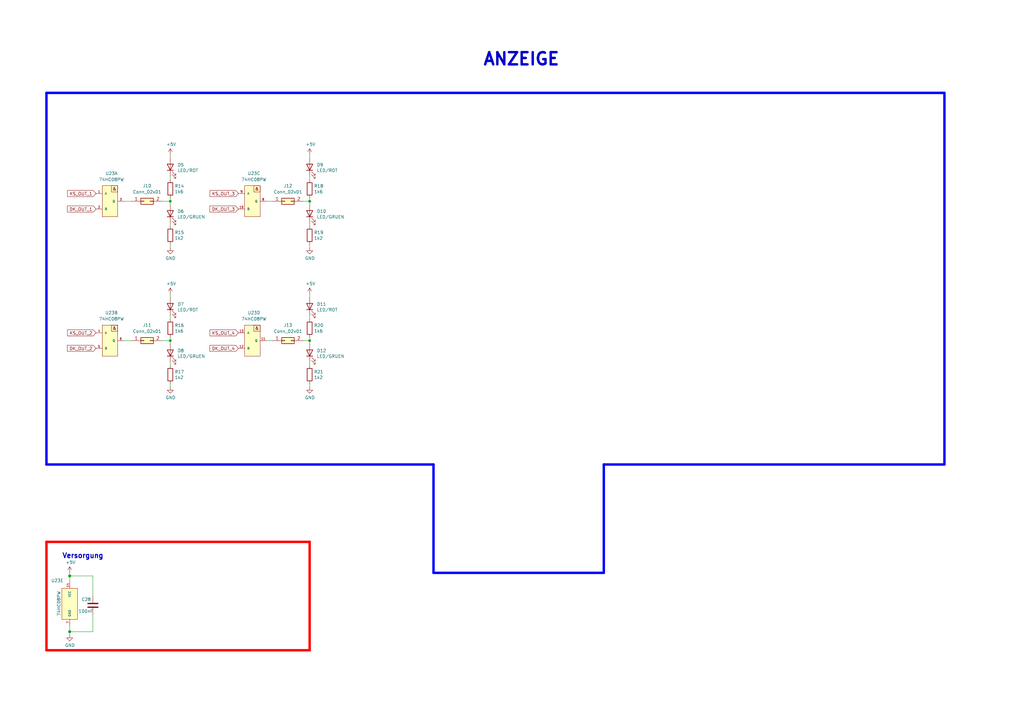
<source format=kicad_sch>
(kicad_sch (version 20210126) (generator eeschema)
  (paper "A3")
  (lib_symbols
    (symbol "Connector_Generic:Conn_02x01" (pin_names (offset 1.016) hide)
      (property "Reference" "J" (at 1.27 2.54 0))
      (property "Value" "Conn_02x01" (at 1.27 -2.54 0))
      (symbol "Conn_02x01_1_1"
        (rectangle (start -1.27 0.127) (end 0 -0.127) (stroke (width 0.1524)))
        (rectangle (start -1.27 1.27) (end 3.81 -1.27) (stroke (width 0.254)) (fill (type background)))
        (rectangle (start 3.81 0.127) (end 2.54 -0.127) (stroke (width 0.1524)))
        (pin passive line (at -5.08 0 0) (length 3.81) (name "Pin_1") (number "1"))
        (pin passive line (at 7.62 0 180) (length 3.81) (name "Pin_2") (number "2"))
      )
    )
    (symbol "Device:C_1" (pin_numbers hide) (pin_names (offset 0.254))
      (property "Reference" "C" (at 0.635 2.54 0))
      (property "Value" "C" (at 0.635 -2.54 0))
      (symbol "C_1_0_1"
        (polyline (pts (xy -2.032 -0.762) (xy 2.032 -0.762)) (stroke (width 0.508)))
        (polyline (pts (xy -2.032 0.762) (xy 2.032 0.762)) (stroke (width 0.508)))
      )
      (symbol "C_1_1_1"
        (pin passive line (at 0 3.81 270) (length 2.794) (name "~") (number "1"))
        (pin passive line (at 0 -3.81 90) (length 2.794) (name "~") (number "2"))
      )
    )
    (symbol "Device:LED" (pin_numbers hide) (pin_names (offset 1.016) hide)
      (property "Reference" "D" (at 0 2.54 0))
      (property "Value" "LED" (at 0 -2.54 0))
      (symbol "LED_0_1"
        (polyline (pts (xy -1.27 -1.27) (xy -1.27 1.27)) (stroke (width 0.254)))
        (polyline (pts (xy -1.27 0) (xy 1.27 0)))
        (polyline (pts (xy 1.27 -1.27) (xy 1.27 1.27) (xy -1.27 0) (xy 1.27 -1.27)) (stroke (width 0.254)))
        (polyline (pts (xy -3.048 -0.762) (xy -4.572 -2.286) (xy -3.81 -2.286) (xy -4.572 -2.286) (xy -4.572 -1.524)))
        (polyline (pts (xy -1.778 -0.762) (xy -3.302 -2.286) (xy -2.54 -2.286) (xy -3.302 -2.286) (xy -3.302 -1.524)))
      )
      (symbol "LED_1_1"
        (pin passive line (at -3.81 0 0) (length 2.54) (name "K") (number "1"))
        (pin passive line (at 3.81 0 180) (length 2.54) (name "A") (number "2"))
      )
    )
    (symbol "Device:R_2" (pin_numbers hide) (pin_names (offset 0))
      (property "Reference" "R" (at 2.032 0 90))
      (property "Value" "R" (at 0 0 90))
      (symbol "R_2_0_1"
        (rectangle (start -1.016 -2.54) (end 1.016 2.54) (stroke (width 0.254)))
      )
      (symbol "R_2_1_1"
        (pin passive line (at 0 3.81 270) (length 1.27) (name "~") (number "1"))
        (pin passive line (at 0 -3.81 90) (length 1.27) (name "~") (number "2"))
      )
    )
    (symbol "Device:R_23" (pin_numbers hide) (pin_names (offset 0))
      (property "Reference" "R" (at 2.032 0 90))
      (property "Value" "R" (at 0 0 90))
      (symbol "R_23_0_1"
        (rectangle (start -1.016 -2.54) (end 1.016 2.54) (stroke (width 0.254)))
      )
      (symbol "R_23_1_1"
        (pin passive line (at 0 3.81 270) (length 1.27) (name "~") (number "1"))
        (pin passive line (at 0 -3.81 90) (length 1.27) (name "~") (number "2"))
      )
    )
    (symbol "Device:R_24" (pin_numbers hide) (pin_names (offset 0))
      (property "Reference" "R" (at 2.032 0 90))
      (property "Value" "R" (at 0 0 90))
      (symbol "R_24_0_1"
        (rectangle (start -1.016 -2.54) (end 1.016 2.54) (stroke (width 0.254)))
      )
      (symbol "R_24_1_1"
        (pin passive line (at 0 3.81 270) (length 1.27) (name "~") (number "1"))
        (pin passive line (at 0 -3.81 90) (length 1.27) (name "~") (number "2"))
      )
    )
    (symbol "Device:R_25" (pin_numbers hide) (pin_names (offset 0))
      (property "Reference" "R" (at 2.032 0 90))
      (property "Value" "R" (at 0 0 90))
      (symbol "R_25_0_1"
        (rectangle (start -1.016 -2.54) (end 1.016 2.54) (stroke (width 0.254)))
      )
      (symbol "R_25_1_1"
        (pin passive line (at 0 3.81 270) (length 1.27) (name "~") (number "1"))
        (pin passive line (at 0 -3.81 90) (length 1.27) (name "~") (number "2"))
      )
    )
    (symbol "Device:R_26" (pin_numbers hide) (pin_names (offset 0))
      (property "Reference" "R" (at 2.032 0 90))
      (property "Value" "R" (at 0 0 90))
      (symbol "R_26_0_1"
        (rectangle (start -1.016 -2.54) (end 1.016 2.54) (stroke (width 0.254)))
      )
      (symbol "R_26_1_1"
        (pin passive line (at 0 3.81 270) (length 1.27) (name "~") (number "1"))
        (pin passive line (at 0 -3.81 90) (length 1.27) (name "~") (number "2"))
      )
    )
    (symbol "Device:R_3" (pin_numbers hide) (pin_names (offset 0))
      (property "Reference" "R" (at 2.032 0 90))
      (property "Value" "R" (at 0 0 90))
      (symbol "R_3_0_1"
        (rectangle (start -1.016 -2.54) (end 1.016 2.54) (stroke (width 0.254)))
      )
      (symbol "R_3_1_1"
        (pin passive line (at 0 3.81 270) (length 1.27) (name "~") (number "1"))
        (pin passive line (at 0 -3.81 90) (length 1.27) (name "~") (number "2"))
      )
    )
    (symbol "Device:R_5" (pin_numbers hide) (pin_names (offset 0))
      (property "Reference" "R" (at 2.032 0 90))
      (property "Value" "R" (at 0 0 90))
      (symbol "R_5_0_1"
        (rectangle (start -1.016 -2.54) (end 1.016 2.54) (stroke (width 0.254)))
      )
      (symbol "R_5_1_1"
        (pin passive line (at 0 3.81 270) (length 1.27) (name "~") (number "1"))
        (pin passive line (at 0 -3.81 90) (length 1.27) (name "~") (number "2"))
      )
    )
    (symbol "Device:R_6" (pin_numbers hide) (pin_names (offset 0))
      (property "Reference" "R" (at 2.032 0 90))
      (property "Value" "R" (at 0 0 90))
      (symbol "R_6_0_1"
        (rectangle (start -1.016 -2.54) (end 1.016 2.54) (stroke (width 0.254)))
      )
      (symbol "R_6_1_1"
        (pin passive line (at 0 3.81 270) (length 1.27) (name "~") (number "1"))
        (pin passive line (at 0 -3.81 90) (length 1.27) (name "~") (number "2"))
      )
    )
    (symbol "Kabeltester:74HC08PW" (pin_names (offset 1.016))
      (property "Reference" "U" (at 0 15.875 0))
      (property "Value" "74HC08PW" (at 0 13.335 0))
      (symbol "74HC08PW_1_1"
        (text "&" (at 1.905 5.08 0) (effects (font (size 1.27 1.27))))
        (rectangle (start -3.175 6.35) (end 3.175 -6.35) (fill (type background)))
        (rectangle (start 0.635 6.35) (end 3.175 3.81))
        (pin bidirectional line (at -5.715 3.175 0) (length 2.54) (name "A") (number "1"))
        (pin bidirectional line (at -5.715 -3.175 0) (length 2.54) (name "B") (number "2"))
        (pin output line (at 5.715 0 180) (length 2.54) (name "Q") (number "3"))
      )
      (symbol "74HC08PW_1_2"
        (pin bidirectional line (at -7.62 2.54 0) (length 3.81) (name "A") (number "1"))
        (pin bidirectional line (at -7.62 -2.54 0) (length 3.81) (name "B") (number "2"))
        (pin bidirectional inverted (at 6.35 0 180) (length 3.81) (name "Q") (number "3"))
      )
      (symbol "74HC08PW_2_1"
        (text "&" (at 1.905 5.08 0) (effects (font (size 1.27 1.27))))
        (rectangle (start -3.175 6.35) (end 3.175 -6.35) (fill (type background)))
        (rectangle (start 0.635 6.35) (end 3.175 3.81))
        (pin bidirectional line (at -5.715 3.175 0) (length 2.54) (name "A") (number "4"))
        (pin bidirectional line (at -5.715 -3.175 0) (length 2.54) (name "B") (number "5"))
        (pin bidirectional line (at 5.715 0 180) (length 2.54) (name "Q") (number "6"))
      )
      (symbol "74HC08PW_2_2"
        (pin bidirectional line (at -7.62 2.54 0) (length 3.81) (name "A") (number "1"))
        (pin bidirectional line (at -7.62 -2.54 0) (length 3.81) (name "B") (number "2"))
        (pin bidirectional inverted (at 6.35 0 180) (length 3.81) (name "Q") (number "3"))
      )
      (symbol "74HC08PW_3_1"
        (text "&" (at 1.905 5.08 0) (effects (font (size 1.27 1.27))))
        (rectangle (start -3.175 6.35) (end 3.175 -6.35) (fill (type background)))
        (rectangle (start 0.635 6.35) (end 3.175 3.81))
        (pin bidirectional line (at -5.715 -3.175 0) (length 2.54) (name "B") (number "10"))
        (pin bidirectional line (at 5.715 0 180) (length 2.54) (name "Q") (number "8"))
        (pin bidirectional line (at -5.715 3.175 0) (length 2.54) (name "A") (number "9"))
      )
      (symbol "74HC08PW_3_2"
        (pin bidirectional line (at -7.62 2.54 0) (length 3.81) (name "A") (number "1"))
        (pin bidirectional line (at -7.62 -2.54 0) (length 3.81) (name "B") (number "2"))
        (pin bidirectional inverted (at 6.35 0 180) (length 3.81) (name "Q") (number "3"))
      )
      (symbol "74HC08PW_4_1"
        (text "&" (at 1.905 5.08 0) (effects (font (size 1.27 1.27))))
        (rectangle (start -3.175 6.35) (end 3.175 -6.35) (fill (type background)))
        (rectangle (start 0.635 6.35) (end 3.175 3.81))
        (pin bidirectional line (at 5.715 0 180) (length 2.54) (name "Q") (number "11"))
        (pin bidirectional line (at -5.715 -3.175 0) (length 2.54) (name "B") (number "12"))
        (pin bidirectional line (at -5.715 3.175 0) (length 2.54) (name "A") (number "13"))
      )
      (symbol "74HC08PW_4_2"
        (pin bidirectional line (at -7.62 2.54 0) (length 3.81) (name "A") (number "1"))
        (pin bidirectional line (at -7.62 -2.54 0) (length 3.81) (name "B") (number "2"))
        (pin bidirectional inverted (at 6.35 0 180) (length 3.81) (name "Q") (number "3"))
      )
      (symbol "74HC08PW_5_1"
        (rectangle (start -3.175 6.35) (end 3.175 -6.35) (fill (type background)))
        (pin bidirectional line (at 0 8.89 270) (length 2.54) (name "VCC") (number "14"))
        (pin bidirectional line (at 0 -8.89 90) (length 2.54) (name "GND") (number "7"))
      )
      (symbol "74HC08PW_5_2"
        (pin bidirectional line (at -7.62 2.54 0) (length 3.81) (name "A") (number "1"))
        (pin bidirectional line (at -7.62 -2.54 0) (length 3.81) (name "B") (number "2"))
        (pin bidirectional inverted (at 6.35 0 180) (length 3.81) (name "Q") (number "3"))
      )
    )
    (symbol "power:+5V" (power) (pin_names (offset 0))
      (property "Value" "+5V" (at 0 3.556 0))
      (symbol "+5V_0_1"
        (polyline (pts (xy -0.762 1.27) (xy 0 2.54)))
        (polyline (pts (xy 0 0) (xy 0 2.54)))
        (polyline (pts (xy 0 2.54) (xy 0.762 1.27)))
      )
      (symbol "+5V_1_1"
        (pin power_in line (at 0 0 90) (length 0) hide (name "+5V") (number "1"))
      )
    )
    (symbol "power:GND" (power) (pin_names (offset 0))
      (property "Value" "GND" (at 0 -3.81 0))
      (symbol "GND_0_1"
        (polyline (pts (xy 0 0) (xy 0 -1.27) (xy 1.27 -1.27) (xy 0 -2.54) (xy -1.27 -1.27) (xy 0 -1.27)))
      )
      (symbol "GND_1_1"
        (pin power_in line (at 0 0 270) (length 0) hide (name "GND") (number "1"))
      )
    )
  )
  (junction (at 28.575 236.22) (diameter 1.016))
  (junction (at 28.575 259.08) (diameter 1.016))
  (junction (at 69.85 82.55) (diameter 0.9144))
  (junction (at 69.85 139.7) (diameter 0.9144))
  (junction (at 127 82.55) (diameter 0.9144))
  (junction (at 127 139.7) (diameter 0.9144))
  (wire (pts (xy 28.575 234.95) (xy 28.575 236.22)))
  (wire (pts (xy 28.575 236.22) (xy 28.575 238.76)))
  (wire (pts (xy 28.575 256.54) (xy 28.575 259.08)))
  (wire (pts (xy 28.575 259.08) (xy 28.575 260.35)))
  (wire (pts (xy 38.1 236.22) (xy 28.575 236.22)))
  (wire (pts (xy 38.1 244.475) (xy 38.1 236.22)))
  (wire (pts (xy 38.1 252.095) (xy 38.1 259.08)))
  (wire (pts (xy 38.1 259.08) (xy 28.575 259.08)))
  (wire (pts (xy 50.8 82.55) (xy 53.975 82.55)))
  (wire (pts (xy 50.8 139.7) (xy 53.975 139.7)))
  (wire (pts (xy 66.675 82.55) (xy 69.85 82.55)))
  (wire (pts (xy 66.675 139.7) (xy 69.85 139.7)))
  (wire (pts (xy 69.85 63.5) (xy 69.85 64.77)))
  (wire (pts (xy 69.85 72.39) (xy 69.85 73.66)))
  (wire (pts (xy 69.85 81.28) (xy 69.85 82.55)))
  (wire (pts (xy 69.85 82.55) (xy 69.85 83.82)))
  (wire (pts (xy 69.85 91.44) (xy 69.85 92.71)))
  (wire (pts (xy 69.85 100.33) (xy 69.85 101.6)))
  (wire (pts (xy 69.85 120.65) (xy 69.85 121.92)))
  (wire (pts (xy 69.85 129.54) (xy 69.85 130.81)))
  (wire (pts (xy 69.85 138.43) (xy 69.85 139.7)))
  (wire (pts (xy 69.85 139.7) (xy 69.85 140.97)))
  (wire (pts (xy 69.85 148.59) (xy 69.85 149.86)))
  (wire (pts (xy 69.85 157.48) (xy 69.85 158.75)))
  (wire (pts (xy 109.22 82.55) (xy 111.76 82.55)))
  (wire (pts (xy 109.22 139.7) (xy 111.76 139.7)))
  (wire (pts (xy 124.46 82.55) (xy 127 82.55)))
  (wire (pts (xy 124.46 139.7) (xy 127 139.7)))
  (wire (pts (xy 127 63.5) (xy 127 64.77)))
  (wire (pts (xy 127 72.39) (xy 127 73.66)))
  (wire (pts (xy 127 81.28) (xy 127 82.55)))
  (wire (pts (xy 127 82.55) (xy 127 83.82)))
  (wire (pts (xy 127 91.44) (xy 127 92.71)))
  (wire (pts (xy 127 100.33) (xy 127 101.6)))
  (wire (pts (xy 127 120.65) (xy 127 121.92)))
  (wire (pts (xy 127 129.54) (xy 127 130.81)))
  (wire (pts (xy 127 138.43) (xy 127 139.7)))
  (wire (pts (xy 127 139.7) (xy 127 140.97)))
  (wire (pts (xy 127 148.59) (xy 127 149.86)))
  (wire (pts (xy 127 157.48) (xy 127 158.75)))
  (polyline (pts (xy 19.05 38.1) (xy 19.05 190.5)) (stroke (width 1) (type solid) (color 0 0 255 1)))
  (polyline (pts (xy 19.05 38.1) (xy 387.35 38.1)) (stroke (width 1) (type solid) (color 0 0 255 1)))
  (polyline (pts (xy 19.05 190.5) (xy 177.8 190.5)) (stroke (width 1) (type solid) (color 0 0 255 1)))
  (polyline (pts (xy 19.05 222.25) (xy 19.05 266.7)) (stroke (width 1) (type solid) (color 255 0 0 1)))
  (polyline (pts (xy 19.05 266.7) (xy 127 266.7)) (stroke (width 1) (type solid) (color 255 0 0 1)))
  (polyline (pts (xy 127 222.25) (xy 19.05 222.25)) (stroke (width 1) (type solid) (color 255 0 0 1)))
  (polyline (pts (xy 127 266.7) (xy 127 222.25)) (stroke (width 1) (type solid) (color 255 0 0 1)))
  (polyline (pts (xy 177.8 190.5) (xy 177.8 234.95)) (stroke (width 1) (type solid) (color 0 0 255 1)))
  (polyline (pts (xy 177.8 234.95) (xy 247.65 234.95)) (stroke (width 1) (type solid) (color 0 0 255 1)))
  (polyline (pts (xy 247.65 190.5) (xy 387.35 190.5)) (stroke (width 1) (type solid) (color 0 0 255 1)))
  (polyline (pts (xy 247.65 234.95) (xy 247.65 190.5)) (stroke (width 1) (type solid) (color 0 0 255 1)))
  (polyline (pts (xy 387.35 38.1) (xy 387.35 190.5)) (stroke (width 1) (type solid) (color 0 0 255 1)))
  (text "Versorgung\n" (at 42.545 229.235 180) (effects (font (size 2 2) (thickness 0.4) bold) (justify right bottom)))
  (text "ANZEIGE" (at 229.87 27.305 180) (effects (font (size 5 5) (thickness 1) bold) (justify right bottom)))
  (global_label "KS_OUT_1" (shape input) (at 39.37 79.375 180) (property "Intersheet References" "${INTERSHEET_REFS}" (effects hide)))
  (global_label "DK_OUT_1" (shape input) (at 39.37 85.725 180) (property "Intersheet References" "${INTERSHEET_REFS}" (effects hide)))
  (global_label "KS_OUT_2" (shape input) (at 39.37 136.525 180) (property "Intersheet References" "${INTERSHEET_REFS}" (effects hide)))
  (global_label "DK_OUT_2" (shape input) (at 39.37 142.875 180) (property "Intersheet References" "${INTERSHEET_REFS}" (effects hide)))
  (global_label "KS_OUT_3" (shape input) (at 97.79 79.375 180) (property "Intersheet References" "${INTERSHEET_REFS}" (effects hide)))
  (global_label "DK_OUT_3" (shape input) (at 97.79 85.725 180) (property "Intersheet References" "${INTERSHEET_REFS}" (effects hide)))
  (global_label "KS_OUT_4" (shape input) (at 97.79 136.525 180) (property "Intersheet References" "${INTERSHEET_REFS}" (effects hide)))
  (global_label "DK_OUT_4" (shape input) (at 97.79 142.875 180) (property "Intersheet References" "${INTERSHEET_REFS}" (effects hide)))
  (symbol (lib_id "power:+5V") (at 28.575 234.95 0) (unit 1)
    (property "Reference" "#PWR074" (effects hide))
    (property "Value" "+5V" (at 28.9433 230.6256 0))
  )
  (symbol (lib_id "power:+5V") (at 69.85 63.5 0) (unit 1)
    (property "Reference" "#PWR078" (effects hide))
    (property "Value" "+5V" (at 70.2183 59.1756 0))
  )
  (symbol (lib_id "power:+5V") (at 69.85 120.65 0) (unit 1)
    (property "Reference" "#PWR080" (effects hide))
    (property "Value" "+5V" (at 70.2183 116.3256 0))
  )
  (symbol (lib_id "power:+5V") (at 127 63.5 0) (unit 1)
    (property "Reference" "#PWR086" (effects hide))
    (property "Value" "+5V" (at 127.3683 59.1756 0))
  )
  (symbol (lib_id "power:+5V") (at 127 120.65 0) (unit 1)
    (property "Reference" "#PWR088" (effects hide))
    (property "Value" "+5V" (at 127.3683 116.3256 0))
  )
  (symbol (lib_id "power:GND") (at 28.575 260.35 0) (unit 1)
    (property "Reference" "#PWR075" (effects hide))
    (property "Value" "GND" (at 28.6893 264.6744 0))
  )
  (symbol (lib_id "power:GND") (at 69.85 101.6 0) (unit 1)
    (property "Reference" "#PWR079" (effects hide))
    (property "Value" "GND" (at 69.9643 105.9244 0))
  )
  (symbol (lib_id "power:GND") (at 69.85 158.75 0) (unit 1)
    (property "Reference" "#PWR081" (effects hide))
    (property "Value" "GND" (at 69.9643 163.0744 0))
  )
  (symbol (lib_id "power:GND") (at 127 101.6 0) (unit 1)
    (property "Reference" "#PWR087" (effects hide))
    (property "Value" "GND" (at 127.1143 105.9244 0))
  )
  (symbol (lib_id "power:GND") (at 127 158.75 0) (unit 1)
    (property "Reference" "#PWR089" (effects hide))
    (property "Value" "GND" (at 127.1143 163.0744 0))
  )
  (symbol (lib_name "Device:R_23") (lib_id "Device:R") (at 69.85 77.47 0) (unit 1)
    (property "Reference" "R14" (at 71.6281 76.3206 0) (effects (justify left)))
    (property "Value" "1k6" (at 71.628 78.619 0) (effects (justify left)))
    (property "Footprint" "Resistor_SMD:R_0603_1608Metric_Pad0.98x0.95mm_HandSolder" (effects hide))
    (property "BMK-Nr" "BS" (effects hide))
    (property "Mouser" "-" (effects hide))
  )
  (symbol (lib_name "Device:R_24") (lib_id "Device:R") (at 69.85 96.52 0) (unit 1)
    (property "Reference" "R15" (at 71.6281 95.3706 0) (effects (justify left)))
    (property "Value" "1k2" (at 71.628 97.669 0) (effects (justify left)))
    (property "Footprint" "Resistor_SMD:R_0603_1608Metric_Pad0.98x0.95mm_HandSolder" (effects hide))
    (property "BMK-Nr" "BS" (effects hide))
    (property "Mouser" "-" (effects hide))
  )
  (symbol (lib_name "Device:R_6") (lib_id "Device:R") (at 69.85 134.62 0) (unit 1)
    (property "Reference" "R16" (at 71.6281 133.4706 0) (effects (justify left)))
    (property "Value" "1k6" (at 71.628 135.769 0) (effects (justify left)))
    (property "Footprint" "Resistor_SMD:R_0603_1608Metric_Pad0.98x0.95mm_HandSolder" (effects hide))
    (property "BMK-Nr" "BS" (effects hide))
    (property "Mouser" "-" (effects hide))
  )
  (symbol (lib_name "Device:R_5") (lib_id "Device:R") (at 69.85 153.67 0) (unit 1)
    (property "Reference" "R17" (at 71.6281 152.5206 0) (effects (justify left)))
    (property "Value" "1k2" (at 71.628 154.819 0) (effects (justify left)))
    (property "Footprint" "Resistor_SMD:R_0603_1608Metric_Pad0.98x0.95mm_HandSolder" (effects hide))
    (property "BMK-Nr" "BS" (effects hide))
    (property "Mouser" "-" (effects hide))
  )
  (symbol (lib_name "Device:R_26") (lib_id "Device:R") (at 127 77.47 0) (unit 1)
    (property "Reference" "R18" (at 128.7781 76.3206 0) (effects (justify left)))
    (property "Value" "1k6" (at 128.778 78.619 0) (effects (justify left)))
    (property "Footprint" "Resistor_SMD:R_0603_1608Metric_Pad0.98x0.95mm_HandSolder" (effects hide))
    (property "BMK-Nr" "BS" (effects hide))
    (property "Mouser" "-" (effects hide))
  )
  (symbol (lib_name "Device:R_25") (lib_id "Device:R") (at 127 96.52 0) (unit 1)
    (property "Reference" "R19" (at 128.7781 95.3706 0) (effects (justify left)))
    (property "Value" "1k2" (at 128.778 97.669 0) (effects (justify left)))
    (property "Footprint" "Resistor_SMD:R_0603_1608Metric_Pad0.98x0.95mm_HandSolder" (effects hide))
    (property "BMK-Nr" "BS" (effects hide))
    (property "Mouser" "-" (effects hide))
  )
  (symbol (lib_name "Device:R_3") (lib_id "Device:R") (at 127 134.62 0) (unit 1)
    (property "Reference" "R20" (at 128.7781 133.4706 0) (effects (justify left)))
    (property "Value" "1k6" (at 128.778 135.769 0) (effects (justify left)))
    (property "Footprint" "Resistor_SMD:R_0603_1608Metric_Pad0.98x0.95mm_HandSolder" (effects hide))
    (property "BMK-Nr" "BS" (effects hide))
    (property "Mouser" "-" (effects hide))
  )
  (symbol (lib_name "Device:R_2") (lib_id "Device:R") (at 127 153.67 0) (unit 1)
    (property "Reference" "R21" (at 128.7781 152.5206 0) (effects (justify left)))
    (property "Value" "1k2" (at 128.778 154.819 0) (effects (justify left)))
    (property "Footprint" "Resistor_SMD:R_0603_1608Metric_Pad0.98x0.95mm_HandSolder" (effects hide))
    (property "BMK-Nr" "BS" (effects hide))
    (property "Mouser" "-" (effects hide))
  )
  (symbol (lib_id "Device:LED") (at 69.85 68.58 90) (unit 1)
    (property "Reference" "D5" (at 72.7711 67.6211 90) (effects (justify right)))
    (property "Value" "LED/ROT" (at 72.771 69.92 90) (effects (justify right)))
    (property "Footprint" "LED_SMD:LED_0603_1608Metric_Pad1.05x0.95mm_HandSolder" (effects hide))
    (property "BMK-Nr" "08-8617" (effects hide))
    (property "Mouser" "604-APT1608LSECKJ3RV" (effects hide))
  )
  (symbol (lib_id "Device:LED") (at 69.85 87.63 90) (unit 1)
    (property "Reference" "D6" (at 72.7711 86.6711 90) (effects (justify right)))
    (property "Value" "LED/GRUEN" (at 72.771 88.97 90) (effects (justify right)))
    (property "Footprint" "LED_SMD:LED_0603_1608Metric_Pad1.05x0.95mm_HandSolder" (effects hide))
    (property "BMK-Nr" "08-8620" (effects hide))
    (property "Mouser" "604-APT1608LZGCK" (effects hide))
  )
  (symbol (lib_id "Device:LED") (at 69.85 125.73 90) (unit 1)
    (property "Reference" "D7" (at 72.7711 124.7711 90) (effects (justify right)))
    (property "Value" "LED/ROT" (at 72.771 127.07 90) (effects (justify right)))
    (property "Footprint" "LED_SMD:LED_0603_1608Metric_Pad1.05x0.95mm_HandSolder" (effects hide))
    (property "BMK-Nr" "08-8617" (effects hide))
    (property "Mouser" "604-APT1608LSECKJ3RV" (effects hide))
  )
  (symbol (lib_id "Device:LED") (at 69.85 144.78 90) (unit 1)
    (property "Reference" "D8" (at 72.7711 143.8211 90) (effects (justify right)))
    (property "Value" "LED/GRUEN" (at 72.771 146.12 90) (effects (justify right)))
    (property "Footprint" "LED_SMD:LED_0603_1608Metric_Pad1.05x0.95mm_HandSolder" (effects hide))
    (property "BMK-Nr" "08-8620" (effects hide))
    (property "Mouser" "604-APT1608LZGCK" (effects hide))
  )
  (symbol (lib_id "Device:LED") (at 127 68.58 90) (unit 1)
    (property "Reference" "D9" (at 129.9211 67.6211 90) (effects (justify right)))
    (property "Value" "LED/ROT" (at 129.921 69.92 90) (effects (justify right)))
    (property "Footprint" "LED_SMD:LED_0603_1608Metric_Pad1.05x0.95mm_HandSolder" (effects hide))
    (property "BMK-Nr" "08-8617" (effects hide))
    (property "Mouser" "604-APT1608LSECKJ3RV" (effects hide))
  )
  (symbol (lib_id "Device:LED") (at 127 87.63 90) (unit 1)
    (property "Reference" "D10" (at 129.9211 86.6711 90) (effects (justify right)))
    (property "Value" "LED/GRUEN" (at 129.921 88.97 90) (effects (justify right)))
    (property "Footprint" "LED_SMD:LED_0603_1608Metric_Pad1.05x0.95mm_HandSolder" (effects hide))
    (property "BMK-Nr" "08-8620" (effects hide))
    (property "Mouser" "604-APT1608LZGCK" (effects hide))
  )
  (symbol (lib_id "Device:LED") (at 127 125.73 90) (unit 1)
    (property "Reference" "D11" (at 129.9211 124.7711 90) (effects (justify right)))
    (property "Value" "LED/ROT" (at 129.921 127.07 90) (effects (justify right)))
    (property "Footprint" "LED_SMD:LED_0603_1608Metric_Pad1.05x0.95mm_HandSolder" (effects hide))
    (property "BMK-Nr" "08-8617" (effects hide))
    (property "Mouser" "604-APT1608LSECKJ3RV" (effects hide))
  )
  (symbol (lib_id "Device:LED") (at 127 144.78 90) (unit 1)
    (property "Reference" "D12" (at 129.9211 143.8211 90) (effects (justify right)))
    (property "Value" "LED/GRUEN" (at 129.921 146.12 90) (effects (justify right)))
    (property "Footprint" "LED_SMD:LED_0603_1608Metric_Pad1.05x0.95mm_HandSolder" (effects hide))
    (property "BMK-Nr" "08-8620" (effects hide))
    (property "Mouser" "604-APT1608LZGCK" (effects hide))
  )
  (symbol (lib_name "Device:C_1") (lib_id "Device:C") (at 38.1 248.285 0) (unit 1)
    (property "Reference" "C28" (at 33.4011 245.8656 0) (effects (justify left)))
    (property "Value" "100nF" (at 32.131 250.704 0) (effects (justify left)))
    (property "Footprint" "Capacitor_SMD:C_0603_1608Metric_Pad1.08x0.95mm_HandSolder" (effects hide))
    (property "BMK-Nr" "BS" (effects hide))
  )
  (symbol (lib_id "Connector_Generic:Conn_02x01") (at 59.055 82.55 0) (unit 1)
    (property "Reference" "J10" (at 60.325 76.2 0))
    (property "Value" "Conn_02x01" (at 60.325 78.74 0))
    (property "Footprint" "Connector_PinSocket_2.54mm:PinSocket_1x02_P2.54mm_Vertical" (effects hide))
  )
  (symbol (lib_id "Connector_Generic:Conn_02x01") (at 59.055 139.7 0) (unit 1)
    (property "Reference" "J11" (at 60.325 133.35 0))
    (property "Value" "Conn_02x01" (at 60.325 135.89 0))
    (property "Footprint" "Connector_PinSocket_2.54mm:PinSocket_1x02_P2.54mm_Vertical" (effects hide))
  )
  (symbol (lib_id "Connector_Generic:Conn_02x01") (at 116.84 82.55 0) (unit 1)
    (property "Reference" "J12" (at 118.11 76.2 0))
    (property "Value" "Conn_02x01" (at 118.11 78.74 0))
    (property "Footprint" "Connector_PinSocket_2.54mm:PinSocket_1x02_P2.54mm_Vertical" (effects hide))
  )
  (symbol (lib_id "Connector_Generic:Conn_02x01") (at 116.84 139.7 0) (unit 1)
    (property "Reference" "J13" (at 118.11 133.35 0))
    (property "Value" "Conn_02x01" (at 118.11 135.89 0))
    (property "Footprint" "Connector_PinSocket_2.54mm:PinSocket_1x02_P2.54mm_Vertical" (effects hide))
  )
  (symbol (lib_id "Kabeltester:74HC08PW") (at 28.575 247.65 0) (unit 5)
    (property "Reference" "U23" (at 20.955 238.125 0) (effects (justify left)))
    (property "Value" "74HC08PW" (at 24.13 252.73 90) (effects (justify left)))
    (property "Footprint" "Package_SO:TSSOP-14_4.4x5mm_P0.65mm" (effects hide))
    (property "Datasheet" "https://www.ti.com/lit/ds/symlink/sn74hc08-q1.pdf?HQS=dis-mous-null-mousermode-dsf-pf-null-wwe&ts=1614454333862&ref_url=https%253A%252F%252Fwww.mouser.de%252F" (effects hide))
    (property "BMK-Nr" "06-0975" (effects hide))
    (property "Mouser" "771-HC08PW118" (effects hide))
  )
  (symbol (lib_id "Kabeltester:74HC08PW") (at 45.085 82.55 0) (unit 1)
    (property "Reference" "U23" (at 45.72 71.12 0))
    (property "Value" "74HC08PW" (at 45.72 73.66 0))
    (property "Footprint" "Package_SO:TSSOP-14_4.4x5mm_P0.65mm" (effects hide))
    (property "Datasheet" "https://www.ti.com/lit/ds/symlink/sn74hc08-q1.pdf?HQS=dis-mous-null-mousermode-dsf-pf-null-wwe&ts=1614454333862&ref_url=https%253A%252F%252Fwww.mouser.de%252F" (effects hide))
    (property "BMK-Nr" "06-0975" (effects hide))
    (property "Mouser" "771-HC08PW118" (effects hide))
  )
  (symbol (lib_id "Kabeltester:74HC08PW") (at 45.085 139.7 0) (unit 2)
    (property "Reference" "U23" (at 45.72 128.27 0))
    (property "Value" "74HC08PW" (at 45.72 130.81 0))
    (property "Footprint" "Package_SO:TSSOP-14_4.4x5mm_P0.65mm" (effects hide))
    (property "Datasheet" "https://www.ti.com/lit/ds/symlink/sn74hc08-q1.pdf?HQS=dis-mous-null-mousermode-dsf-pf-null-wwe&ts=1614454333862&ref_url=https%253A%252F%252Fwww.mouser.de%252F" (effects hide))
    (property "BMK-Nr" "06-0975" (effects hide))
    (property "Mouser" "771-HC08PW118" (effects hide))
  )
  (symbol (lib_id "Kabeltester:74HC08PW") (at 103.505 82.55 0) (unit 3)
    (property "Reference" "U23" (at 104.14 71.12 0))
    (property "Value" "74HC08PW" (at 104.14 73.66 0))
    (property "Footprint" "Package_SO:TSSOP-14_4.4x5mm_P0.65mm" (effects hide))
    (property "Datasheet" "https://www.ti.com/lit/ds/symlink/sn74hc08-q1.pdf?HQS=dis-mous-null-mousermode-dsf-pf-null-wwe&ts=1614454333862&ref_url=https%253A%252F%252Fwww.mouser.de%252F" (effects hide))
    (property "BMK-Nr" "06-0975" (effects hide))
    (property "Mouser" "771-HC08PW118" (effects hide))
  )
  (symbol (lib_id "Kabeltester:74HC08PW") (at 103.505 139.7 0) (unit 4)
    (property "Reference" "U23" (at 104.14 128.27 0))
    (property "Value" "74HC08PW" (at 104.14 130.81 0))
    (property "Footprint" "Package_SO:TSSOP-14_4.4x5mm_P0.65mm" (effects hide))
    (property "Datasheet" "https://www.ti.com/lit/ds/symlink/sn74hc08-q1.pdf?HQS=dis-mous-null-mousermode-dsf-pf-null-wwe&ts=1614454333862&ref_url=https%253A%252F%252Fwww.mouser.de%252F" (effects hide))
    (property "BMK-Nr" "06-0975" (effects hide))
    (property "Mouser" "771-HC08PW118" (effects hide))
  )
)
</source>
